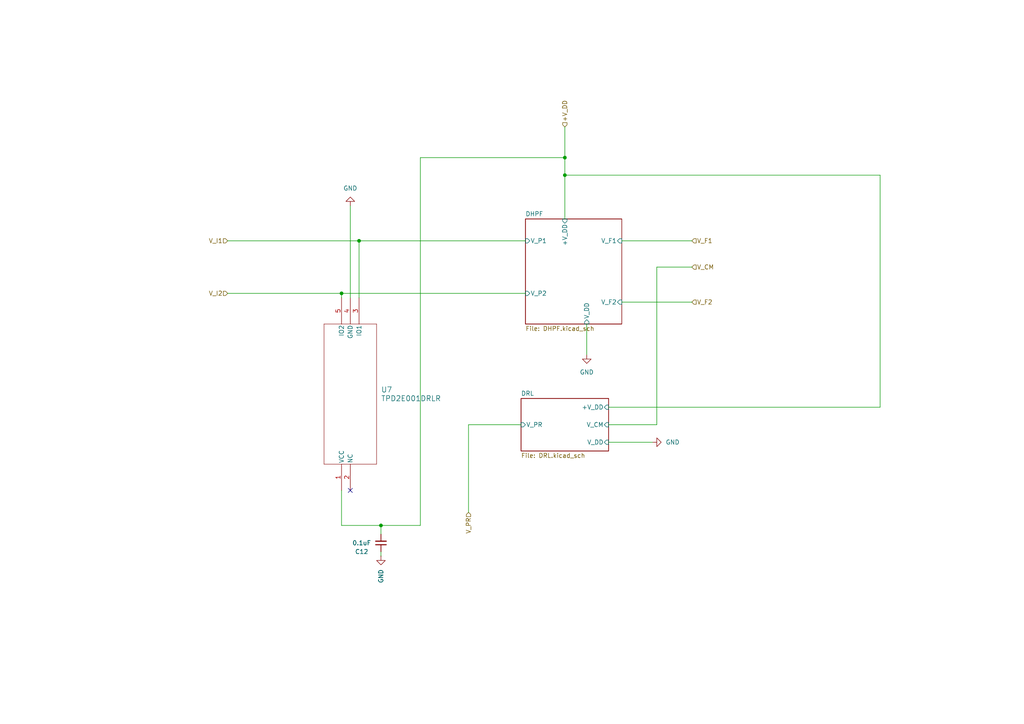
<source format=kicad_sch>
(kicad_sch
	(version 20231120)
	(generator "eeschema")
	(generator_version "8.0")
	(uuid "6539bea7-099f-4145-81e5-291d3866601c")
	(paper "A4")
	(lib_symbols
		(symbol "Device:C_Small"
			(pin_numbers hide)
			(pin_names
				(offset 0.254) hide)
			(exclude_from_sim no)
			(in_bom yes)
			(on_board yes)
			(property "Reference" "C"
				(at 0.254 1.778 0)
				(effects
					(font
						(size 1.27 1.27)
					)
					(justify left)
				)
			)
			(property "Value" "C_Small"
				(at 0.254 -2.032 0)
				(effects
					(font
						(size 1.27 1.27)
					)
					(justify left)
				)
			)
			(property "Footprint" ""
				(at 0 0 0)
				(effects
					(font
						(size 1.27 1.27)
					)
					(hide yes)
				)
			)
			(property "Datasheet" "~"
				(at 0 0 0)
				(effects
					(font
						(size 1.27 1.27)
					)
					(hide yes)
				)
			)
			(property "Description" "Unpolarized capacitor, small symbol"
				(at 0 0 0)
				(effects
					(font
						(size 1.27 1.27)
					)
					(hide yes)
				)
			)
			(property "ki_keywords" "capacitor cap"
				(at 0 0 0)
				(effects
					(font
						(size 1.27 1.27)
					)
					(hide yes)
				)
			)
			(property "ki_fp_filters" "C_*"
				(at 0 0 0)
				(effects
					(font
						(size 1.27 1.27)
					)
					(hide yes)
				)
			)
			(symbol "C_Small_0_1"
				(polyline
					(pts
						(xy -1.524 -0.508) (xy 1.524 -0.508)
					)
					(stroke
						(width 0.3302)
						(type default)
					)
					(fill
						(type none)
					)
				)
				(polyline
					(pts
						(xy -1.524 0.508) (xy 1.524 0.508)
					)
					(stroke
						(width 0.3048)
						(type default)
					)
					(fill
						(type none)
					)
				)
			)
			(symbol "C_Small_1_1"
				(pin passive line
					(at 0 2.54 270)
					(length 2.032)
					(name "~"
						(effects
							(font
								(size 1.27 1.27)
							)
						)
					)
					(number "1"
						(effects
							(font
								(size 1.27 1.27)
							)
						)
					)
				)
				(pin passive line
					(at 0 -2.54 90)
					(length 2.032)
					(name "~"
						(effects
							(font
								(size 1.27 1.27)
							)
						)
					)
					(number "2"
						(effects
							(font
								(size 1.27 1.27)
							)
						)
					)
				)
			)
		)
		(symbol "TPD2E001:TPD2E001DRLR"
			(pin_names
				(offset 0.254)
			)
			(exclude_from_sim no)
			(in_bom yes)
			(on_board yes)
			(property "Reference" "U"
				(at 27.94 10.16 0)
				(effects
					(font
						(size 1.524 1.524)
					)
				)
			)
			(property "Value" "TPD2E001DRLR"
				(at 27.94 7.62 0)
				(effects
					(font
						(size 1.524 1.524)
					)
				)
			)
			(property "Footprint" "DRL5"
				(at 0 0 0)
				(effects
					(font
						(size 1.27 1.27)
						(italic yes)
					)
					(hide yes)
				)
			)
			(property "Datasheet" "TPD2E001DRLR"
				(at 0 0 0)
				(effects
					(font
						(size 1.27 1.27)
						(italic yes)
					)
					(hide yes)
				)
			)
			(property "Description" ""
				(at 0 0 0)
				(effects
					(font
						(size 1.27 1.27)
					)
					(hide yes)
				)
			)
			(property "ki_locked" ""
				(at 0 0 0)
				(effects
					(font
						(size 1.27 1.27)
					)
				)
			)
			(property "ki_keywords" "TPD2E001DRLR"
				(at 0 0 0)
				(effects
					(font
						(size 1.27 1.27)
					)
					(hide yes)
				)
			)
			(property "ki_fp_filters" "DRL5 DRL5-M DRL5-L"
				(at 0 0 0)
				(effects
					(font
						(size 1.27 1.27)
					)
					(hide yes)
				)
			)
			(symbol "TPD2E001DRLR_0_1"
				(polyline
					(pts
						(xy 7.62 -10.16) (xy 48.26 -10.16)
					)
					(stroke
						(width 0.127)
						(type default)
					)
					(fill
						(type none)
					)
				)
				(polyline
					(pts
						(xy 7.62 5.08) (xy 7.62 -10.16)
					)
					(stroke
						(width 0.127)
						(type default)
					)
					(fill
						(type none)
					)
				)
				(polyline
					(pts
						(xy 48.26 -10.16) (xy 48.26 5.08)
					)
					(stroke
						(width 0.127)
						(type default)
					)
					(fill
						(type none)
					)
				)
				(polyline
					(pts
						(xy 48.26 5.08) (xy 7.62 5.08)
					)
					(stroke
						(width 0.127)
						(type default)
					)
					(fill
						(type none)
					)
				)
				(pin power_in line
					(at 0 0 0)
					(length 7.62)
					(name "VCC"
						(effects
							(font
								(size 1.27 1.27)
							)
						)
					)
					(number "1"
						(effects
							(font
								(size 1.27 1.27)
							)
						)
					)
				)
				(pin unspecified line
					(at 0 -2.54 0)
					(length 7.62)
					(name "NC"
						(effects
							(font
								(size 1.27 1.27)
							)
						)
					)
					(number "2"
						(effects
							(font
								(size 1.27 1.27)
							)
						)
					)
				)
				(pin bidirectional line
					(at 55.88 -5.08 180)
					(length 7.62)
					(name "IO1"
						(effects
							(font
								(size 1.27 1.27)
							)
						)
					)
					(number "3"
						(effects
							(font
								(size 1.27 1.27)
							)
						)
					)
				)
				(pin power_in line
					(at 55.88 -2.54 180)
					(length 7.62)
					(name "GND"
						(effects
							(font
								(size 1.27 1.27)
							)
						)
					)
					(number "4"
						(effects
							(font
								(size 1.27 1.27)
							)
						)
					)
				)
				(pin bidirectional line
					(at 55.88 0 180)
					(length 7.62)
					(name "IO2"
						(effects
							(font
								(size 1.27 1.27)
							)
						)
					)
					(number "5"
						(effects
							(font
								(size 1.27 1.27)
							)
						)
					)
				)
			)
		)
		(symbol "power:GND"
			(power)
			(pin_numbers hide)
			(pin_names
				(offset 0) hide)
			(exclude_from_sim no)
			(in_bom yes)
			(on_board yes)
			(property "Reference" "#PWR"
				(at 0 -6.35 0)
				(effects
					(font
						(size 1.27 1.27)
					)
					(hide yes)
				)
			)
			(property "Value" "GND"
				(at 0 -3.81 0)
				(effects
					(font
						(size 1.27 1.27)
					)
				)
			)
			(property "Footprint" ""
				(at 0 0 0)
				(effects
					(font
						(size 1.27 1.27)
					)
					(hide yes)
				)
			)
			(property "Datasheet" ""
				(at 0 0 0)
				(effects
					(font
						(size 1.27 1.27)
					)
					(hide yes)
				)
			)
			(property "Description" "Power symbol creates a global label with name \"GND\" , ground"
				(at 0 0 0)
				(effects
					(font
						(size 1.27 1.27)
					)
					(hide yes)
				)
			)
			(property "ki_keywords" "global power"
				(at 0 0 0)
				(effects
					(font
						(size 1.27 1.27)
					)
					(hide yes)
				)
			)
			(symbol "GND_0_1"
				(polyline
					(pts
						(xy 0 0) (xy 0 -1.27) (xy 1.27 -1.27) (xy 0 -2.54) (xy -1.27 -1.27) (xy 0 -1.27)
					)
					(stroke
						(width 0)
						(type default)
					)
					(fill
						(type none)
					)
				)
			)
			(symbol "GND_1_1"
				(pin power_in line
					(at 0 0 270)
					(length 0)
					(name "~"
						(effects
							(font
								(size 1.27 1.27)
							)
						)
					)
					(number "1"
						(effects
							(font
								(size 1.27 1.27)
							)
						)
					)
				)
			)
		)
	)
	(junction
		(at 104.14 69.85)
		(diameter 0)
		(color 0 0 0 0)
		(uuid "74ad781a-b713-4590-9043-171a4baec761")
	)
	(junction
		(at 163.83 45.72)
		(diameter 0)
		(color 0 0 0 0)
		(uuid "7744aef8-1a38-4f36-b30b-d1c8a83219f4")
	)
	(junction
		(at 99.06 85.09)
		(diameter 0)
		(color 0 0 0 0)
		(uuid "9c0bd9aa-2bb5-41af-b208-2757f7226252")
	)
	(junction
		(at 163.83 50.8)
		(diameter 0)
		(color 0 0 0 0)
		(uuid "bb8a5c30-abdf-4248-8a5f-6b22e3bbe31f")
	)
	(junction
		(at 110.49 152.4)
		(diameter 0)
		(color 0 0 0 0)
		(uuid "f0ce32fe-4ac3-4a5f-be8d-7cbe34149cb7")
	)
	(no_connect
		(at 101.6 142.24)
		(uuid "0aae6a98-a9c5-4986-914f-5ef0e47eaad1")
	)
	(wire
		(pts
			(xy 163.83 50.8) (xy 163.83 63.5)
		)
		(stroke
			(width 0)
			(type default)
		)
		(uuid "06e20c83-4406-4d2c-abc4-5f9ed13bcab6")
	)
	(wire
		(pts
			(xy 104.14 69.85) (xy 152.4 69.85)
		)
		(stroke
			(width 0)
			(type default)
		)
		(uuid "16844a36-1c0f-4ee4-8a99-d76f4b631376")
	)
	(wire
		(pts
			(xy 101.6 59.69) (xy 101.6 86.36)
		)
		(stroke
			(width 0)
			(type default)
		)
		(uuid "197623a8-ca71-475b-9dae-266eb4588a31")
	)
	(wire
		(pts
			(xy 176.53 118.11) (xy 255.27 118.11)
		)
		(stroke
			(width 0)
			(type default)
		)
		(uuid "21d932ad-78a8-4cf1-901e-9d76e8979706")
	)
	(wire
		(pts
			(xy 99.06 86.36) (xy 99.06 85.09)
		)
		(stroke
			(width 0)
			(type default)
		)
		(uuid "396163be-2827-4b66-8188-e624eee54bb4")
	)
	(wire
		(pts
			(xy 110.49 154.94) (xy 110.49 152.4)
		)
		(stroke
			(width 0)
			(type default)
		)
		(uuid "42cb0e77-0497-4632-b692-abbb24c92790")
	)
	(wire
		(pts
			(xy 255.27 50.8) (xy 255.27 118.11)
		)
		(stroke
			(width 0)
			(type default)
		)
		(uuid "47371d37-28cc-413e-a6c7-661b3c3bab7e")
	)
	(wire
		(pts
			(xy 110.49 152.4) (xy 99.06 152.4)
		)
		(stroke
			(width 0)
			(type default)
		)
		(uuid "4793ebe3-6f23-4bbc-8371-6ab9a3872431")
	)
	(wire
		(pts
			(xy 163.83 45.72) (xy 121.92 45.72)
		)
		(stroke
			(width 0)
			(type default)
		)
		(uuid "50558740-db1c-4746-91f9-3638e75d9857")
	)
	(wire
		(pts
			(xy 180.34 87.63) (xy 200.66 87.63)
		)
		(stroke
			(width 0)
			(type default)
		)
		(uuid "531a0515-b450-4f9e-aa14-fccefab1655a")
	)
	(wire
		(pts
			(xy 176.53 128.27) (xy 189.23 128.27)
		)
		(stroke
			(width 0)
			(type default)
		)
		(uuid "5b0c697a-914e-4d1e-ac34-38f43455922c")
	)
	(wire
		(pts
			(xy 121.92 45.72) (xy 121.92 152.4)
		)
		(stroke
			(width 0)
			(type default)
		)
		(uuid "62f26b4e-9f7c-4947-93c0-d5109ac57a01")
	)
	(wire
		(pts
			(xy 190.5 77.47) (xy 200.66 77.47)
		)
		(stroke
			(width 0)
			(type default)
		)
		(uuid "67064e6a-9309-4a64-a484-c7c481c3b7d2")
	)
	(wire
		(pts
			(xy 163.83 50.8) (xy 255.27 50.8)
		)
		(stroke
			(width 0)
			(type default)
		)
		(uuid "6822ac73-9dd4-4f33-9f99-cf662e5bb288")
	)
	(wire
		(pts
			(xy 170.18 93.98) (xy 170.18 102.87)
		)
		(stroke
			(width 0)
			(type default)
		)
		(uuid "84c2a1b3-6650-4e0a-ba4f-75745bd4d8ce")
	)
	(wire
		(pts
			(xy 163.83 45.72) (xy 163.83 50.8)
		)
		(stroke
			(width 0)
			(type default)
		)
		(uuid "89db39b2-00ee-4162-8d7c-e779394ee2d7")
	)
	(wire
		(pts
			(xy 66.04 69.85) (xy 104.14 69.85)
		)
		(stroke
			(width 0)
			(type default)
		)
		(uuid "9c30f22b-362a-4be0-a596-ab0a6cff0b25")
	)
	(wire
		(pts
			(xy 180.34 69.85) (xy 200.66 69.85)
		)
		(stroke
			(width 0)
			(type default)
		)
		(uuid "9f2eb455-3ab4-4d1b-b23c-2ee8bc20a0fc")
	)
	(wire
		(pts
			(xy 99.06 85.09) (xy 152.4 85.09)
		)
		(stroke
			(width 0)
			(type default)
		)
		(uuid "9f9c5529-001a-492b-a9b9-d6cf3b381977")
	)
	(wire
		(pts
			(xy 176.53 123.19) (xy 190.5 123.19)
		)
		(stroke
			(width 0)
			(type default)
		)
		(uuid "b001017d-07d5-4291-a6bb-232c2544b71c")
	)
	(wire
		(pts
			(xy 135.89 148.59) (xy 135.89 123.19)
		)
		(stroke
			(width 0)
			(type default)
		)
		(uuid "b7647515-83a2-4eda-a035-5c158203ef8a")
	)
	(wire
		(pts
			(xy 104.14 86.36) (xy 104.14 69.85)
		)
		(stroke
			(width 0)
			(type default)
		)
		(uuid "beb4b99a-d2dc-401a-aaef-843dea31615d")
	)
	(wire
		(pts
			(xy 66.04 85.09) (xy 99.06 85.09)
		)
		(stroke
			(width 0)
			(type default)
		)
		(uuid "cc0b7f47-679e-448f-8f9a-6a0075ea4576")
	)
	(wire
		(pts
			(xy 190.5 123.19) (xy 190.5 77.47)
		)
		(stroke
			(width 0)
			(type default)
		)
		(uuid "d4672edb-39f6-4c2c-9c0d-51762becd912")
	)
	(wire
		(pts
			(xy 99.06 142.24) (xy 99.06 152.4)
		)
		(stroke
			(width 0)
			(type default)
		)
		(uuid "e6f9ed6e-00f7-44b2-943a-0658f0cc946f")
	)
	(wire
		(pts
			(xy 110.49 160.02) (xy 110.49 161.29)
		)
		(stroke
			(width 0)
			(type default)
		)
		(uuid "f6200b04-de24-4aa2-a5e4-4c4f5ad311a5")
	)
	(wire
		(pts
			(xy 163.83 36.83) (xy 163.83 45.72)
		)
		(stroke
			(width 0)
			(type default)
		)
		(uuid "f8689d47-6a02-4f4f-8a97-7c75a06085ba")
	)
	(wire
		(pts
			(xy 121.92 152.4) (xy 110.49 152.4)
		)
		(stroke
			(width 0)
			(type default)
		)
		(uuid "fddd1844-935d-40db-9ec2-b38d0dd2c574")
	)
	(wire
		(pts
			(xy 135.89 123.19) (xy 151.13 123.19)
		)
		(stroke
			(width 0)
			(type default)
		)
		(uuid "ffda427e-0407-48ea-9fc8-a9dd4e2adec6")
	)
	(hierarchical_label "V_I1"
		(shape input)
		(at 66.04 69.85 180)
		(fields_autoplaced yes)
		(effects
			(font
				(size 1.27 1.27)
			)
			(justify right)
		)
		(uuid "151c00b8-f20e-496d-b5c6-f6e50d274b24")
	)
	(hierarchical_label "V_PR"
		(shape input)
		(at 135.89 148.59 270)
		(fields_autoplaced yes)
		(effects
			(font
				(size 1.27 1.27)
			)
			(justify right)
		)
		(uuid "3171a719-8a77-403e-ae6b-c4a9fdec1e83")
	)
	(hierarchical_label "+V_DD"
		(shape input)
		(at 163.83 36.83 90)
		(fields_autoplaced yes)
		(effects
			(font
				(size 1.27 1.27)
			)
			(justify left)
		)
		(uuid "547d22d9-ba13-4926-9f97-e13fcf150b48")
	)
	(hierarchical_label "V_F1"
		(shape input)
		(at 200.66 69.85 0)
		(fields_autoplaced yes)
		(effects
			(font
				(size 1.27 1.27)
			)
			(justify left)
		)
		(uuid "5dc5d8e2-79df-4b37-80e0-a9a11556cd4d")
	)
	(hierarchical_label "V_CM"
		(shape input)
		(at 200.66 77.47 0)
		(fields_autoplaced yes)
		(effects
			(font
				(size 1.27 1.27)
			)
			(justify left)
		)
		(uuid "6672f609-562d-4600-b2cd-dcf6477fd551")
	)
	(hierarchical_label "V_I2"
		(shape input)
		(at 66.04 85.09 180)
		(fields_autoplaced yes)
		(effects
			(font
				(size 1.27 1.27)
			)
			(justify right)
		)
		(uuid "84fcc830-d2c1-41f0-b7c1-7b6835ed2102")
	)
	(hierarchical_label "V_F2"
		(shape input)
		(at 200.66 87.63 0)
		(fields_autoplaced yes)
		(effects
			(font
				(size 1.27 1.27)
			)
			(justify left)
		)
		(uuid "f6a0c8e6-e209-43cf-a762-16b9cf168e72")
	)
	(symbol
		(lib_id "power:GND")
		(at 101.6 59.69 180)
		(unit 1)
		(exclude_from_sim no)
		(in_bom yes)
		(on_board yes)
		(dnp no)
		(fields_autoplaced yes)
		(uuid "324cae92-4f75-4ab9-a2a2-2ebbe088e088")
		(property "Reference" "#PWR08"
			(at 101.6 53.34 0)
			(effects
				(font
					(size 1.27 1.27)
				)
				(hide yes)
			)
		)
		(property "Value" "GND"
			(at 101.6 54.61 0)
			(effects
				(font
					(size 1.27 1.27)
				)
			)
		)
		(property "Footprint" ""
			(at 101.6 59.69 0)
			(effects
				(font
					(size 1.27 1.27)
				)
				(hide yes)
			)
		)
		(property "Datasheet" ""
			(at 101.6 59.69 0)
			(effects
				(font
					(size 1.27 1.27)
				)
				(hide yes)
			)
		)
		(property "Description" "Power symbol creates a global label with name \"GND\" , ground"
			(at 101.6 59.69 0)
			(effects
				(font
					(size 1.27 1.27)
				)
				(hide yes)
			)
		)
		(pin "1"
			(uuid "f0e1446d-2a4f-41d9-9146-ab27fd7784a2")
		)
		(instances
			(project ""
				(path "/26861adc-1ddf-4c37-9f8b-8db1c0839771/566a5450-97e0-4bc1-8c47-b0ac1397ab98"
					(reference "#PWR08")
					(unit 1)
				)
			)
		)
	)
	(symbol
		(lib_id "TPD2E001:TPD2E001DRLR")
		(at 99.06 142.24 90)
		(unit 1)
		(exclude_from_sim no)
		(in_bom yes)
		(on_board yes)
		(dnp no)
		(fields_autoplaced yes)
		(uuid "3ec8f406-86a6-4f55-abca-465cba76d830")
		(property "Reference" "U7"
			(at 110.49 113.0299 90)
			(effects
				(font
					(size 1.524 1.524)
				)
				(justify right)
			)
		)
		(property "Value" "TPD2E001DRLR"
			(at 110.49 115.5699 90)
			(effects
				(font
					(size 1.524 1.524)
				)
				(justify right)
			)
		)
		(property "Footprint" "TPD2E001DRLR_footprints:DRL5-L"
			(at 99.06 142.24 0)
			(effects
				(font
					(size 1.27 1.27)
					(italic yes)
				)
				(hide yes)
			)
		)
		(property "Datasheet" "TPD2E001DRLR"
			(at 99.06 142.24 0)
			(effects
				(font
					(size 1.27 1.27)
					(italic yes)
				)
				(hide yes)
			)
		)
		(property "Description" ""
			(at 99.06 142.24 0)
			(effects
				(font
					(size 1.27 1.27)
				)
				(hide yes)
			)
		)
		(pin "3"
			(uuid "f298c713-eb44-4a81-9d5f-ecaa4f11f21c")
		)
		(pin "2"
			(uuid "a0918415-416c-4798-818d-4b70dc45871a")
		)
		(pin "5"
			(uuid "02948429-c7c4-4860-b604-b57949e07c71")
		)
		(pin "4"
			(uuid "451749a5-f528-473f-9335-a3471d759e54")
		)
		(pin "1"
			(uuid "e838e654-6eb0-4502-8946-4b69e8f0b644")
		)
		(instances
			(project "EMG_amplifier"
				(path "/26861adc-1ddf-4c37-9f8b-8db1c0839771/566a5450-97e0-4bc1-8c47-b0ac1397ab98"
					(reference "U7")
					(unit 1)
				)
			)
		)
	)
	(symbol
		(lib_id "power:GND")
		(at 170.18 102.87 0)
		(unit 1)
		(exclude_from_sim no)
		(in_bom yes)
		(on_board yes)
		(dnp no)
		(fields_autoplaced yes)
		(uuid "57593844-6854-4248-8f48-688a3a94f1dc")
		(property "Reference" "#PWR09"
			(at 170.18 109.22 0)
			(effects
				(font
					(size 1.27 1.27)
				)
				(hide yes)
			)
		)
		(property "Value" "GND"
			(at 170.18 107.95 0)
			(effects
				(font
					(size 1.27 1.27)
				)
			)
		)
		(property "Footprint" ""
			(at 170.18 102.87 0)
			(effects
				(font
					(size 1.27 1.27)
				)
				(hide yes)
			)
		)
		(property "Datasheet" ""
			(at 170.18 102.87 0)
			(effects
				(font
					(size 1.27 1.27)
				)
				(hide yes)
			)
		)
		(property "Description" "Power symbol creates a global label with name \"GND\" , ground"
			(at 170.18 102.87 0)
			(effects
				(font
					(size 1.27 1.27)
				)
				(hide yes)
			)
		)
		(pin "1"
			(uuid "835f5439-53ff-4489-aaa1-a1c678e8d0d9")
		)
		(instances
			(project ""
				(path "/26861adc-1ddf-4c37-9f8b-8db1c0839771/566a5450-97e0-4bc1-8c47-b0ac1397ab98"
					(reference "#PWR09")
					(unit 1)
				)
			)
		)
	)
	(symbol
		(lib_id "power:GND")
		(at 189.23 128.27 90)
		(unit 1)
		(exclude_from_sim no)
		(in_bom yes)
		(on_board yes)
		(dnp no)
		(fields_autoplaced yes)
		(uuid "6100f465-cec8-479a-bfb1-c50b53832430")
		(property "Reference" "#PWR011"
			(at 195.58 128.27 0)
			(effects
				(font
					(size 1.27 1.27)
				)
				(hide yes)
			)
		)
		(property "Value" "GND"
			(at 193.04 128.2699 90)
			(effects
				(font
					(size 1.27 1.27)
				)
				(justify right)
			)
		)
		(property "Footprint" ""
			(at 189.23 128.27 0)
			(effects
				(font
					(size 1.27 1.27)
				)
				(hide yes)
			)
		)
		(property "Datasheet" ""
			(at 189.23 128.27 0)
			(effects
				(font
					(size 1.27 1.27)
				)
				(hide yes)
			)
		)
		(property "Description" "Power symbol creates a global label with name \"GND\" , ground"
			(at 189.23 128.27 0)
			(effects
				(font
					(size 1.27 1.27)
				)
				(hide yes)
			)
		)
		(pin "1"
			(uuid "07d67a34-e890-449b-b2fb-eabf7f501d4f")
		)
		(instances
			(project "EMG_amplifier"
				(path "/26861adc-1ddf-4c37-9f8b-8db1c0839771/566a5450-97e0-4bc1-8c47-b0ac1397ab98"
					(reference "#PWR011")
					(unit 1)
				)
			)
		)
	)
	(symbol
		(lib_id "Device:C_Small")
		(at 110.49 157.48 180)
		(unit 1)
		(exclude_from_sim no)
		(in_bom yes)
		(on_board yes)
		(dnp no)
		(uuid "9d530f3e-0db4-4ed6-8cae-3674196a266e")
		(property "Reference" "C12"
			(at 104.902 160.02 0)
			(effects
				(font
					(size 1.27 1.27)
				)
			)
		)
		(property "Value" "0.1uF"
			(at 104.902 157.48 0)
			(effects
				(font
					(size 1.27 1.27)
				)
			)
		)
		(property "Footprint" "Capacitor_SMD:C_0402_1005Metric"
			(at 110.49 157.48 0)
			(effects
				(font
					(size 1.27 1.27)
				)
				(hide yes)
			)
		)
		(property "Datasheet" "~"
			(at 110.49 157.48 0)
			(effects
				(font
					(size 1.27 1.27)
				)
				(hide yes)
			)
		)
		(property "Description" "Unpolarized capacitor, small symbol"
			(at 110.49 157.48 0)
			(effects
				(font
					(size 1.27 1.27)
				)
				(hide yes)
			)
		)
		(pin "2"
			(uuid "b0e4af0e-4560-4af8-afa0-ca7532e2046b")
		)
		(pin "1"
			(uuid "58394e4a-d831-47f0-9636-547207f01bf1")
		)
		(instances
			(project "EMG_amplifier"
				(path "/26861adc-1ddf-4c37-9f8b-8db1c0839771/566a5450-97e0-4bc1-8c47-b0ac1397ab98"
					(reference "C12")
					(unit 1)
				)
			)
		)
	)
	(symbol
		(lib_id "power:GND")
		(at 110.49 161.29 0)
		(unit 1)
		(exclude_from_sim no)
		(in_bom yes)
		(on_board yes)
		(dnp no)
		(fields_autoplaced yes)
		(uuid "def7b4a3-2999-4d3c-a1d0-82427508c938")
		(property "Reference" "#PWR020"
			(at 110.49 167.64 0)
			(effects
				(font
					(size 1.27 1.27)
				)
				(hide yes)
			)
		)
		(property "Value" "GND"
			(at 110.4899 165.1 90)
			(effects
				(font
					(size 1.27 1.27)
				)
				(justify right)
			)
		)
		(property "Footprint" ""
			(at 110.49 161.29 0)
			(effects
				(font
					(size 1.27 1.27)
				)
				(hide yes)
			)
		)
		(property "Datasheet" ""
			(at 110.49 161.29 0)
			(effects
				(font
					(size 1.27 1.27)
				)
				(hide yes)
			)
		)
		(property "Description" "Power symbol creates a global label with name \"GND\" , ground"
			(at 110.49 161.29 0)
			(effects
				(font
					(size 1.27 1.27)
				)
				(hide yes)
			)
		)
		(pin "1"
			(uuid "58c7153e-6706-4394-b5b7-ee29a5daf9d9")
		)
		(instances
			(project "EMG_amplifier"
				(path "/26861adc-1ddf-4c37-9f8b-8db1c0839771/566a5450-97e0-4bc1-8c47-b0ac1397ab98"
					(reference "#PWR020")
					(unit 1)
				)
			)
		)
	)
	(sheet
		(at 152.4 63.5)
		(size 27.94 30.48)
		(fields_autoplaced yes)
		(stroke
			(width 0.1524)
			(type solid)
		)
		(fill
			(color 0 0 0 0.0000)
		)
		(uuid "51c73326-32f2-420f-8877-30851f8c154d")
		(property "Sheetname" "DHPF"
			(at 152.4 62.7884 0)
			(effects
				(font
					(size 1.27 1.27)
				)
				(justify left bottom)
			)
		)
		(property "Sheetfile" "DHPF.kicad_sch"
			(at 152.4 94.5646 0)
			(effects
				(font
					(size 1.27 1.27)
				)
				(justify left top)
			)
		)
		(pin "V_F2" input
			(at 180.34 87.63 0)
			(effects
				(font
					(size 1.27 1.27)
				)
				(justify right)
			)
			(uuid "e405e510-d9a0-44f9-9f7f-2011e7e65a5d")
		)
		(pin "V_F1" input
			(at 180.34 69.85 0)
			(effects
				(font
					(size 1.27 1.27)
				)
				(justify right)
			)
			(uuid "e3bf1119-189b-4ebf-92e0-089e994c260b")
		)
		(pin "V_P1" input
			(at 152.4 69.85 180)
			(effects
				(font
					(size 1.27 1.27)
				)
				(justify left)
			)
			(uuid "2386564a-3995-4952-974c-67c17edfcb82")
		)
		(pin "V_P2" input
			(at 152.4 85.09 180)
			(effects
				(font
					(size 1.27 1.27)
				)
				(justify left)
			)
			(uuid "632a000c-2f2a-444a-b640-0cf192f62d0c")
		)
		(pin "+V_DD" input
			(at 163.83 63.5 90)
			(effects
				(font
					(size 1.27 1.27)
				)
				(justify right)
			)
			(uuid "0a249b20-4207-4362-b25e-9d23385a4e6a")
		)
		(pin "V_DD" input
			(at 170.18 93.98 270)
			(effects
				(font
					(size 1.27 1.27)
				)
				(justify left)
			)
			(uuid "c4a03b8b-051b-4c22-adde-d8e1033e604b")
		)
		(instances
			(project "EMG_amplifier"
				(path "/26861adc-1ddf-4c37-9f8b-8db1c0839771/566a5450-97e0-4bc1-8c47-b0ac1397ab98"
					(page "4")
				)
			)
		)
	)
	(sheet
		(at 151.13 115.57)
		(size 25.4 15.24)
		(fields_autoplaced yes)
		(stroke
			(width 0.1524)
			(type solid)
		)
		(fill
			(color 0 0 0 0.0000)
		)
		(uuid "87e3490f-ae1c-443c-8c09-d2b58f9f3cb7")
		(property "Sheetname" "DRL"
			(at 151.13 114.8584 0)
			(effects
				(font
					(size 1.27 1.27)
				)
				(justify left bottom)
			)
		)
		(property "Sheetfile" "DRL.kicad_sch"
			(at 151.13 131.3946 0)
			(effects
				(font
					(size 1.27 1.27)
				)
				(justify left top)
			)
		)
		(pin "V_CM" input
			(at 176.53 123.19 0)
			(effects
				(font
					(size 1.27 1.27)
				)
				(justify right)
			)
			(uuid "624a55e2-061c-4271-9c6d-df63ba8891f2")
		)
		(pin "V_PR" input
			(at 151.13 123.19 180)
			(effects
				(font
					(size 1.27 1.27)
				)
				(justify left)
			)
			(uuid "d56e3c60-43ef-4e83-9fbb-35b7512e2ac9")
		)
		(pin "+V_DD" input
			(at 176.53 118.11 0)
			(effects
				(font
					(size 1.27 1.27)
				)
				(justify right)
			)
			(uuid "f3be5f21-2b7d-485a-8eb1-6476362404d7")
		)
		(pin "V_DD" input
			(at 176.53 128.27 0)
			(effects
				(font
					(size 1.27 1.27)
				)
				(justify right)
			)
			(uuid "d5d541b3-bb60-4f21-9442-0a779f75c99b")
		)
		(instances
			(project "EMG_amplifier"
				(path "/26861adc-1ddf-4c37-9f8b-8db1c0839771/566a5450-97e0-4bc1-8c47-b0ac1397ab98"
					(page "7")
				)
			)
		)
	)
)

</source>
